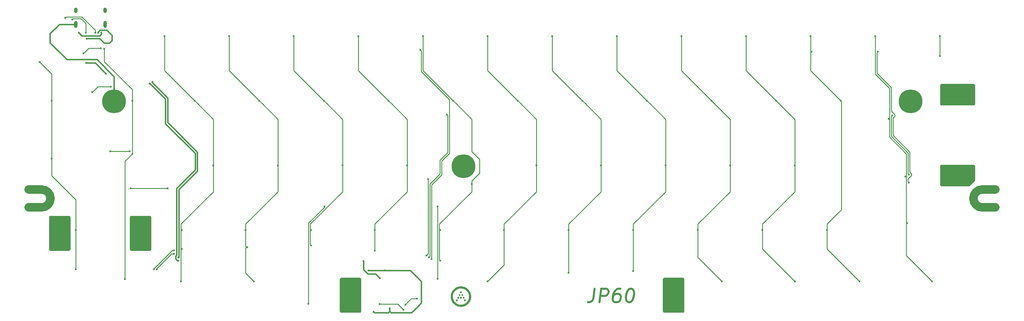
<source format=gtl>
G04 #@! TF.GenerationSoftware,KiCad,Pcbnew,(5.1.4)-1*
G04 #@! TF.CreationDate,2021-07-17T16:32:22+09:00*
G04 #@! TF.ProjectId,JIS60,4a495336-302e-46b6-9963-61645f706362,rev?*
G04 #@! TF.SameCoordinates,Original*
G04 #@! TF.FileFunction,Copper,L1,Top*
G04 #@! TF.FilePolarity,Positive*
%FSLAX46Y46*%
G04 Gerber Fmt 4.6, Leading zero omitted, Abs format (unit mm)*
G04 Created by KiCad (PCBNEW (5.1.4)-1) date 2021-07-17 16:32:22*
%MOMM*%
%LPD*%
G04 APERTURE LIST*
%ADD10C,0.600000*%
%ADD11C,0.010000*%
%ADD12C,2.501900*%
%ADD13O,1.000000X2.100000*%
%ADD14O,1.000000X1.600000*%
%ADD15C,7.000000*%
%ADD16C,0.600000*%
%ADD17C,0.254000*%
%ADD18C,0.381000*%
G04 APERTURE END LIST*
D10*
X291851464Y-255651273D02*
X291494321Y-258508416D01*
X291232416Y-259079845D01*
X290803845Y-259460797D01*
X290208607Y-259651273D01*
X289827654Y-259651273D01*
X293256226Y-259651273D02*
X293756226Y-255651273D01*
X295280035Y-255651273D01*
X295637178Y-255841750D01*
X295803845Y-256032226D01*
X295946702Y-256413178D01*
X295875273Y-256984607D01*
X295637178Y-257365559D01*
X295422892Y-257556035D01*
X295018130Y-257746511D01*
X293494321Y-257746511D01*
X299470511Y-255651273D02*
X298708607Y-255651273D01*
X298303845Y-255841750D01*
X298089559Y-256032226D01*
X297637178Y-256603654D01*
X297351464Y-257365559D01*
X297160988Y-258889369D01*
X297303845Y-259270321D01*
X297470511Y-259460797D01*
X297827654Y-259651273D01*
X298589559Y-259651273D01*
X298994321Y-259460797D01*
X299208607Y-259270321D01*
X299446702Y-258889369D01*
X299565750Y-257936988D01*
X299422892Y-257556035D01*
X299256226Y-257365559D01*
X298899083Y-257175083D01*
X298137178Y-257175083D01*
X297732416Y-257365559D01*
X297518130Y-257556035D01*
X297280035Y-257936988D01*
X302327654Y-255651273D02*
X302708607Y-255651273D01*
X303065750Y-255841750D01*
X303232416Y-256032226D01*
X303375273Y-256413178D01*
X303470511Y-257175083D01*
X303351464Y-258127464D01*
X303065750Y-258889369D01*
X302827654Y-259270321D01*
X302613369Y-259460797D01*
X302208607Y-259651273D01*
X301827654Y-259651273D01*
X301470511Y-259460797D01*
X301303845Y-259270321D01*
X301160988Y-258889369D01*
X301065750Y-258127464D01*
X301184797Y-257175083D01*
X301470511Y-256413178D01*
X301708607Y-256032226D01*
X301922892Y-255841750D01*
X302327654Y-255651273D01*
D11*
G36*
X252603000Y-256889250D02*
G01*
X252198188Y-256889250D01*
X252198188Y-256484438D01*
X252603000Y-256484438D01*
X252603000Y-256889250D01*
X252603000Y-256889250D01*
G37*
X252603000Y-256889250D02*
X252198188Y-256889250D01*
X252198188Y-256484438D01*
X252603000Y-256484438D01*
X252603000Y-256889250D01*
G36*
X253007813Y-257675063D02*
G01*
X252603000Y-257675063D01*
X252603000Y-257294063D01*
X253007813Y-257294063D01*
X253007813Y-257675063D01*
X253007813Y-257675063D01*
G37*
X253007813Y-257675063D02*
X252603000Y-257675063D01*
X252603000Y-257294063D01*
X253007813Y-257294063D01*
X253007813Y-257675063D01*
G36*
X252198188Y-257675063D02*
G01*
X251817188Y-257675063D01*
X251817188Y-257294063D01*
X252198188Y-257294063D01*
X252198188Y-257675063D01*
X252198188Y-257675063D01*
G37*
X252198188Y-257675063D02*
X251817188Y-257675063D01*
X251817188Y-257294063D01*
X252198188Y-257294063D01*
X252198188Y-257675063D01*
G36*
X253388813Y-258484688D02*
G01*
X253007813Y-258484688D01*
X253007813Y-258079875D01*
X253388813Y-258079875D01*
X253388813Y-258484688D01*
X253388813Y-258484688D01*
G37*
X253388813Y-258484688D02*
X253007813Y-258484688D01*
X253007813Y-258079875D01*
X253388813Y-258079875D01*
X253388813Y-258484688D01*
G36*
X252603000Y-258484688D02*
G01*
X252198188Y-258484688D01*
X252198188Y-258079875D01*
X252603000Y-258079875D01*
X252603000Y-258484688D01*
X252603000Y-258484688D01*
G37*
X252603000Y-258484688D02*
X252198188Y-258484688D01*
X252198188Y-258079875D01*
X252603000Y-258079875D01*
X252603000Y-258484688D01*
G36*
X251817188Y-258484688D02*
G01*
X251412375Y-258484688D01*
X251412375Y-258079875D01*
X251817188Y-258079875D01*
X251817188Y-258484688D01*
X251817188Y-258484688D01*
G37*
X251817188Y-258484688D02*
X251412375Y-258484688D01*
X251412375Y-258079875D01*
X251817188Y-258079875D01*
X251817188Y-258484688D01*
G36*
X253793625Y-259270500D02*
G01*
X253388813Y-259270500D01*
X253388813Y-258865688D01*
X253793625Y-258865688D01*
X253793625Y-259270500D01*
X253793625Y-259270500D01*
G37*
X253793625Y-259270500D02*
X253388813Y-259270500D01*
X253388813Y-258865688D01*
X253793625Y-258865688D01*
X253793625Y-259270500D01*
G36*
X251412375Y-259270500D02*
G01*
X251007563Y-259270500D01*
X251007563Y-258865688D01*
X251412375Y-258865688D01*
X251412375Y-259270500D01*
X251412375Y-259270500D01*
G37*
X251412375Y-259270500D02*
X251007563Y-259270500D01*
X251007563Y-258865688D01*
X251412375Y-258865688D01*
X251412375Y-259270500D01*
G36*
X252416469Y-254996795D02*
G01*
X252540587Y-254998165D01*
X252652299Y-255002322D01*
X252754892Y-255009669D01*
X252851656Y-255020610D01*
X252945878Y-255035548D01*
X253040847Y-255054887D01*
X253139851Y-255079031D01*
X253185130Y-255091168D01*
X253393677Y-255156406D01*
X253595765Y-255235742D01*
X253790628Y-255328778D01*
X253977499Y-255435118D01*
X254155614Y-255554366D01*
X254307760Y-255672367D01*
X254465428Y-255813092D01*
X254612765Y-255964537D01*
X254749086Y-256125635D01*
X254873708Y-256295317D01*
X254985947Y-256472516D01*
X255085120Y-256656166D01*
X255170542Y-256845197D01*
X255241530Y-257038543D01*
X255290284Y-257206553D01*
X255323355Y-257346539D01*
X255348715Y-257478475D01*
X255367107Y-257607747D01*
X255379275Y-257739743D01*
X255385961Y-257879850D01*
X255386614Y-257905250D01*
X255383895Y-258123547D01*
X255365700Y-258338330D01*
X255332035Y-258549571D01*
X255282906Y-258757239D01*
X255218319Y-258961305D01*
X255154122Y-259125237D01*
X255126039Y-259190502D01*
X255101977Y-259244660D01*
X255080108Y-259291363D01*
X255058607Y-259334263D01*
X255035646Y-259377013D01*
X255009400Y-259423265D01*
X254980275Y-259472906D01*
X254861056Y-259659177D01*
X254730952Y-259833903D01*
X254589829Y-259997215D01*
X254437555Y-260149246D01*
X254273997Y-260290130D01*
X254099024Y-260419998D01*
X253916656Y-260536525D01*
X253863827Y-260567494D01*
X253817914Y-260593471D01*
X253775265Y-260616281D01*
X253732228Y-260637751D01*
X253685151Y-260659707D01*
X253630381Y-260683975D01*
X253568987Y-260710372D01*
X253472754Y-260749919D01*
X253384036Y-260782958D01*
X253296922Y-260811445D01*
X253205498Y-260837339D01*
X253122906Y-260858072D01*
X252958390Y-260893626D01*
X252801295Y-260919303D01*
X252647067Y-260935643D01*
X252491149Y-260943186D01*
X252400594Y-260943763D01*
X252349375Y-260943248D01*
X252301254Y-260942543D01*
X252259374Y-260941710D01*
X252226878Y-260940813D01*
X252206910Y-260939915D01*
X252206125Y-260939859D01*
X251989951Y-260915907D01*
X251777194Y-260876920D01*
X251568713Y-260823217D01*
X251365368Y-260755113D01*
X251168016Y-260672926D01*
X250977518Y-260576975D01*
X250794732Y-260467576D01*
X250643776Y-260362546D01*
X250470849Y-260224199D01*
X250310165Y-260075838D01*
X250161951Y-259917789D01*
X250026429Y-259750382D01*
X249903824Y-259573944D01*
X249794361Y-259388802D01*
X249698263Y-259195285D01*
X249615756Y-258993721D01*
X249547063Y-258784438D01*
X249534918Y-258741380D01*
X249508552Y-258639585D01*
X249487167Y-258543261D01*
X249470359Y-258449117D01*
X249457725Y-258353867D01*
X249448860Y-258254220D01*
X249443362Y-258146890D01*
X249440826Y-258028586D01*
X249440545Y-257972719D01*
X249441220Y-257917358D01*
X249973294Y-257917358D01*
X249973397Y-257997496D01*
X249975063Y-258077160D01*
X249978259Y-258152287D01*
X249982956Y-258218810D01*
X249986676Y-258254500D01*
X250018550Y-258451798D01*
X250065201Y-258643413D01*
X250126451Y-258828972D01*
X250202119Y-259008099D01*
X250292027Y-259180419D01*
X250395994Y-259345559D01*
X250513841Y-259503143D01*
X250645388Y-259652797D01*
X250667724Y-259676010D01*
X250801958Y-259803084D01*
X250947660Y-259921020D01*
X251102131Y-260027840D01*
X251262669Y-260121566D01*
X251308458Y-260145254D01*
X251382866Y-260181903D01*
X251448107Y-260212122D01*
X251508604Y-260237690D01*
X251568778Y-260260384D01*
X251633051Y-260281983D01*
X251698125Y-260301977D01*
X251887338Y-260351390D01*
X252073089Y-260385841D01*
X252256827Y-260405464D01*
X252440003Y-260410392D01*
X252624064Y-260400761D01*
X252690606Y-260393781D01*
X252877938Y-260364837D01*
X253057519Y-260323028D01*
X253231857Y-260267604D01*
X253403459Y-260197814D01*
X253500416Y-260151616D01*
X253671048Y-260058197D01*
X253830464Y-259954462D01*
X253979422Y-259839724D01*
X254118679Y-259713300D01*
X254248994Y-259574504D01*
X254371124Y-259422653D01*
X254479392Y-259267009D01*
X254504518Y-259225818D01*
X254533841Y-259173690D01*
X254565541Y-259114246D01*
X254597799Y-259051106D01*
X254628793Y-258987890D01*
X254656706Y-258928217D01*
X254679715Y-258875707D01*
X254693153Y-258841875D01*
X254756020Y-258650334D01*
X254803416Y-258457595D01*
X254835300Y-258264200D01*
X254851630Y-258070690D01*
X254852368Y-257877607D01*
X254837472Y-257685492D01*
X254806902Y-257494886D01*
X254797099Y-257448844D01*
X254763450Y-257312551D01*
X254725142Y-257186368D01*
X254680204Y-257064757D01*
X254626663Y-256942182D01*
X254589004Y-256864708D01*
X254495299Y-256695860D01*
X254388474Y-256535423D01*
X254269298Y-256384118D01*
X254138537Y-256242664D01*
X253996960Y-256111781D01*
X253845334Y-255992190D01*
X253684427Y-255884610D01*
X253515007Y-255789761D01*
X253370825Y-255722230D01*
X253199197Y-255655835D01*
X253026643Y-255603837D01*
X252851156Y-255565828D01*
X252670726Y-255541401D01*
X252483345Y-255530147D01*
X252420438Y-255529257D01*
X252222343Y-255535627D01*
X252030715Y-255556272D01*
X251844781Y-255591423D01*
X251663765Y-255641317D01*
X251486894Y-255706185D01*
X251313394Y-255786263D01*
X251142491Y-255881785D01*
X251041794Y-255945994D01*
X250902361Y-256047522D01*
X250768163Y-256162028D01*
X250640841Y-256287589D01*
X250522035Y-256422281D01*
X250413386Y-256564181D01*
X250316535Y-256711365D01*
X250233122Y-256861911D01*
X250198326Y-256934830D01*
X250136923Y-257079689D01*
X250086692Y-257218928D01*
X250046435Y-257356876D01*
X250014956Y-257497864D01*
X249991056Y-257646221D01*
X249982655Y-257714750D01*
X249977892Y-257771920D01*
X249974782Y-257840811D01*
X249973294Y-257917358D01*
X249441220Y-257917358D01*
X249442290Y-257829723D01*
X249448164Y-257698856D01*
X249458738Y-257576775D01*
X249474585Y-257460135D01*
X249496277Y-257345594D01*
X249524387Y-257229809D01*
X249559486Y-257109437D01*
X249602147Y-256981134D01*
X249617841Y-256936875D01*
X249696226Y-256742156D01*
X249789066Y-256553822D01*
X249896172Y-256372135D01*
X250017352Y-256197358D01*
X250152417Y-256029753D01*
X250301174Y-255869583D01*
X250463433Y-255717110D01*
X250570271Y-255626929D01*
X250656100Y-255561436D01*
X250753639Y-255494110D01*
X250859248Y-255427162D01*
X250969286Y-255362805D01*
X251080113Y-255303250D01*
X251188089Y-255250708D01*
X251194094Y-255247965D01*
X251264054Y-255218092D01*
X251345235Y-255186706D01*
X251433267Y-255155286D01*
X251523779Y-255125312D01*
X251612401Y-255098261D01*
X251694764Y-255075614D01*
X251726650Y-255067721D01*
X251819875Y-255046953D01*
X251908849Y-255030293D01*
X251996853Y-255017402D01*
X252087169Y-255007945D01*
X252183078Y-255001582D01*
X252287860Y-254997978D01*
X252404795Y-254996794D01*
X252416469Y-254996795D01*
X252416469Y-254996795D01*
G37*
X252416469Y-254996795D02*
X252540587Y-254998165D01*
X252652299Y-255002322D01*
X252754892Y-255009669D01*
X252851656Y-255020610D01*
X252945878Y-255035548D01*
X253040847Y-255054887D01*
X253139851Y-255079031D01*
X253185130Y-255091168D01*
X253393677Y-255156406D01*
X253595765Y-255235742D01*
X253790628Y-255328778D01*
X253977499Y-255435118D01*
X254155614Y-255554366D01*
X254307760Y-255672367D01*
X254465428Y-255813092D01*
X254612765Y-255964537D01*
X254749086Y-256125635D01*
X254873708Y-256295317D01*
X254985947Y-256472516D01*
X255085120Y-256656166D01*
X255170542Y-256845197D01*
X255241530Y-257038543D01*
X255290284Y-257206553D01*
X255323355Y-257346539D01*
X255348715Y-257478475D01*
X255367107Y-257607747D01*
X255379275Y-257739743D01*
X255385961Y-257879850D01*
X255386614Y-257905250D01*
X255383895Y-258123547D01*
X255365700Y-258338330D01*
X255332035Y-258549571D01*
X255282906Y-258757239D01*
X255218319Y-258961305D01*
X255154122Y-259125237D01*
X255126039Y-259190502D01*
X255101977Y-259244660D01*
X255080108Y-259291363D01*
X255058607Y-259334263D01*
X255035646Y-259377013D01*
X255009400Y-259423265D01*
X254980275Y-259472906D01*
X254861056Y-259659177D01*
X254730952Y-259833903D01*
X254589829Y-259997215D01*
X254437555Y-260149246D01*
X254273997Y-260290130D01*
X254099024Y-260419998D01*
X253916656Y-260536525D01*
X253863827Y-260567494D01*
X253817914Y-260593471D01*
X253775265Y-260616281D01*
X253732228Y-260637751D01*
X253685151Y-260659707D01*
X253630381Y-260683975D01*
X253568987Y-260710372D01*
X253472754Y-260749919D01*
X253384036Y-260782958D01*
X253296922Y-260811445D01*
X253205498Y-260837339D01*
X253122906Y-260858072D01*
X252958390Y-260893626D01*
X252801295Y-260919303D01*
X252647067Y-260935643D01*
X252491149Y-260943186D01*
X252400594Y-260943763D01*
X252349375Y-260943248D01*
X252301254Y-260942543D01*
X252259374Y-260941710D01*
X252226878Y-260940813D01*
X252206910Y-260939915D01*
X252206125Y-260939859D01*
X251989951Y-260915907D01*
X251777194Y-260876920D01*
X251568713Y-260823217D01*
X251365368Y-260755113D01*
X251168016Y-260672926D01*
X250977518Y-260576975D01*
X250794732Y-260467576D01*
X250643776Y-260362546D01*
X250470849Y-260224199D01*
X250310165Y-260075838D01*
X250161951Y-259917789D01*
X250026429Y-259750382D01*
X249903824Y-259573944D01*
X249794361Y-259388802D01*
X249698263Y-259195285D01*
X249615756Y-258993721D01*
X249547063Y-258784438D01*
X249534918Y-258741380D01*
X249508552Y-258639585D01*
X249487167Y-258543261D01*
X249470359Y-258449117D01*
X249457725Y-258353867D01*
X249448860Y-258254220D01*
X249443362Y-258146890D01*
X249440826Y-258028586D01*
X249440545Y-257972719D01*
X249441220Y-257917358D01*
X249973294Y-257917358D01*
X249973397Y-257997496D01*
X249975063Y-258077160D01*
X249978259Y-258152287D01*
X249982956Y-258218810D01*
X249986676Y-258254500D01*
X250018550Y-258451798D01*
X250065201Y-258643413D01*
X250126451Y-258828972D01*
X250202119Y-259008099D01*
X250292027Y-259180419D01*
X250395994Y-259345559D01*
X250513841Y-259503143D01*
X250645388Y-259652797D01*
X250667724Y-259676010D01*
X250801958Y-259803084D01*
X250947660Y-259921020D01*
X251102131Y-260027840D01*
X251262669Y-260121566D01*
X251308458Y-260145254D01*
X251382866Y-260181903D01*
X251448107Y-260212122D01*
X251508604Y-260237690D01*
X251568778Y-260260384D01*
X251633051Y-260281983D01*
X251698125Y-260301977D01*
X251887338Y-260351390D01*
X252073089Y-260385841D01*
X252256827Y-260405464D01*
X252440003Y-260410392D01*
X252624064Y-260400761D01*
X252690606Y-260393781D01*
X252877938Y-260364837D01*
X253057519Y-260323028D01*
X253231857Y-260267604D01*
X253403459Y-260197814D01*
X253500416Y-260151616D01*
X253671048Y-260058197D01*
X253830464Y-259954462D01*
X253979422Y-259839724D01*
X254118679Y-259713300D01*
X254248994Y-259574504D01*
X254371124Y-259422653D01*
X254479392Y-259267009D01*
X254504518Y-259225818D01*
X254533841Y-259173690D01*
X254565541Y-259114246D01*
X254597799Y-259051106D01*
X254628793Y-258987890D01*
X254656706Y-258928217D01*
X254679715Y-258875707D01*
X254693153Y-258841875D01*
X254756020Y-258650334D01*
X254803416Y-258457595D01*
X254835300Y-258264200D01*
X254851630Y-258070690D01*
X254852368Y-257877607D01*
X254837472Y-257685492D01*
X254806902Y-257494886D01*
X254797099Y-257448844D01*
X254763450Y-257312551D01*
X254725142Y-257186368D01*
X254680204Y-257064757D01*
X254626663Y-256942182D01*
X254589004Y-256864708D01*
X254495299Y-256695860D01*
X254388474Y-256535423D01*
X254269298Y-256384118D01*
X254138537Y-256242664D01*
X253996960Y-256111781D01*
X253845334Y-255992190D01*
X253684427Y-255884610D01*
X253515007Y-255789761D01*
X253370825Y-255722230D01*
X253199197Y-255655835D01*
X253026643Y-255603837D01*
X252851156Y-255565828D01*
X252670726Y-255541401D01*
X252483345Y-255530147D01*
X252420438Y-255529257D01*
X252222343Y-255535627D01*
X252030715Y-255556272D01*
X251844781Y-255591423D01*
X251663765Y-255641317D01*
X251486894Y-255706185D01*
X251313394Y-255786263D01*
X251142491Y-255881785D01*
X251041794Y-255945994D01*
X250902361Y-256047522D01*
X250768163Y-256162028D01*
X250640841Y-256287589D01*
X250522035Y-256422281D01*
X250413386Y-256564181D01*
X250316535Y-256711365D01*
X250233122Y-256861911D01*
X250198326Y-256934830D01*
X250136923Y-257079689D01*
X250086692Y-257218928D01*
X250046435Y-257356876D01*
X250014956Y-257497864D01*
X249991056Y-257646221D01*
X249982655Y-257714750D01*
X249977892Y-257771920D01*
X249974782Y-257840811D01*
X249973294Y-257917358D01*
X249441220Y-257917358D01*
X249442290Y-257829723D01*
X249448164Y-257698856D01*
X249458738Y-257576775D01*
X249474585Y-257460135D01*
X249496277Y-257345594D01*
X249524387Y-257229809D01*
X249559486Y-257109437D01*
X249602147Y-256981134D01*
X249617841Y-256936875D01*
X249696226Y-256742156D01*
X249789066Y-256553822D01*
X249896172Y-256372135D01*
X250017352Y-256197358D01*
X250152417Y-256029753D01*
X250301174Y-255869583D01*
X250463433Y-255717110D01*
X250570271Y-255626929D01*
X250656100Y-255561436D01*
X250753639Y-255494110D01*
X250859248Y-255427162D01*
X250969286Y-255362805D01*
X251080113Y-255303250D01*
X251188089Y-255250708D01*
X251194094Y-255247965D01*
X251264054Y-255218092D01*
X251345235Y-255186706D01*
X251433267Y-255155286D01*
X251523779Y-255125312D01*
X251612401Y-255098261D01*
X251694764Y-255075614D01*
X251726650Y-255067721D01*
X251819875Y-255046953D01*
X251908849Y-255030293D01*
X251996853Y-255017402D01*
X252087169Y-255007945D01*
X252183078Y-255001582D01*
X252287860Y-254997978D01*
X252404795Y-254996794D01*
X252416469Y-254996795D01*
D12*
X124993750Y-226417800D02*
X128793750Y-226417800D01*
X128793750Y-231719700D02*
G75*
G03X131444700Y-229068750I0J2650950D01*
G01*
X131444700Y-229068750D02*
G75*
G03X128793750Y-226417800I-2650950J0D01*
G01*
X124993750Y-231719700D02*
X128793750Y-231719700D01*
X406193750Y-231719700D02*
X410043750Y-231719700D01*
X403542800Y-229068750D02*
G75*
G02X406193750Y-226417800I2650950J0D01*
G01*
X406193750Y-231719700D02*
G75*
G02X403542800Y-229068750I0J2650950D01*
G01*
X406193750Y-226417800D02*
X409993750Y-226417800D01*
D13*
X138872500Y-177747400D03*
X147512500Y-177747400D03*
D14*
X138872500Y-173567400D03*
X147512500Y-173567400D03*
D15*
X385043750Y-200468750D03*
X253193750Y-219568750D03*
X150193750Y-200468750D03*
D16*
X241300000Y-181229000D03*
X250190000Y-200279000D03*
X246380000Y-247396000D03*
X246380000Y-238379000D03*
X255651000Y-224790000D03*
X231457500Y-261461250D03*
X230060500Y-250285250D03*
X239077500Y-251809250D03*
X226695000Y-262509000D03*
X160655000Y-195199000D03*
X169164000Y-247396000D03*
X239029875Y-261635875D03*
X225202750Y-250285250D03*
X260350000Y-181229000D03*
X274701000Y-219329000D03*
X265176000Y-238379000D03*
X260350000Y-253492000D03*
X269240000Y-200279000D03*
X128270000Y-188849000D03*
X131826000Y-200279000D03*
X138938000Y-238379000D03*
X131826000Y-217297000D03*
X167894000Y-244348000D03*
X161925000Y-249936000D03*
X138938000Y-249936000D03*
X243840000Y-246888000D03*
X240538000Y-185293000D03*
X141224000Y-186309000D03*
X146304000Y-184785000D03*
X379603000Y-204597000D03*
X384556000Y-221996000D03*
X243078000Y-246380000D03*
X248285000Y-204343000D03*
X143764000Y-197739000D03*
X149225000Y-196088000D03*
X154813000Y-215138000D03*
X149098000Y-215138000D03*
X155067000Y-226060000D03*
X165989000Y-226060000D03*
X384556000Y-224409000D03*
X375412000Y-185801000D03*
X242316000Y-245872000D03*
X242824000Y-223393000D03*
X236093000Y-260350000D03*
X239522000Y-258572000D03*
X245618000Y-252730000D03*
X245618000Y-231394000D03*
X212217000Y-231394000D03*
X207518000Y-260096000D03*
X167894000Y-245364000D03*
X155575000Y-200279000D03*
X153416000Y-252857000D03*
X147320000Y-184912000D03*
X155575000Y-215900000D03*
X162814000Y-249936000D03*
X165100000Y-181229000D03*
X179451000Y-219329000D03*
X169926000Y-253492000D03*
X173990000Y-200279000D03*
X170180000Y-238379000D03*
X170180000Y-243967000D03*
X222250000Y-181229000D03*
X236601000Y-219329000D03*
X227076000Y-238379000D03*
X231140000Y-200279000D03*
X227076000Y-244475000D03*
X184150000Y-181229000D03*
X198501000Y-219329000D03*
X188976000Y-238379000D03*
X191389000Y-253492000D03*
X193040000Y-200279000D03*
X189484000Y-243459000D03*
X203200000Y-181229000D03*
X217551000Y-219329000D03*
X212090000Y-200279000D03*
X208280000Y-238379000D03*
X208280000Y-242951000D03*
X279400000Y-181229000D03*
X293751000Y-219329000D03*
X284226000Y-238379000D03*
X288290000Y-200279000D03*
X284226000Y-250952000D03*
X139827000Y-180213000D03*
X146431000Y-180213000D03*
X161544000Y-194691000D03*
X228600000Y-252603000D03*
X169164000Y-246507000D03*
X223774000Y-247523000D03*
X298450000Y-181229000D03*
X312801000Y-219329000D03*
X303276000Y-238379000D03*
X307340000Y-200279000D03*
X303276000Y-250444000D03*
X317500000Y-181229000D03*
X331851000Y-219329000D03*
X322326000Y-238379000D03*
X326390000Y-200279000D03*
X329438000Y-253492000D03*
X336550000Y-181229000D03*
X350901000Y-219329000D03*
X341376000Y-238379000D03*
X345440000Y-200279000D03*
X350901000Y-253492000D03*
X355600000Y-181229000D03*
X360426000Y-238379000D03*
X369951000Y-253492000D03*
X364490000Y-200279000D03*
X393700000Y-181229000D03*
X393700000Y-187071000D03*
X355854000Y-185801000D03*
X374650000Y-181229000D03*
X391414000Y-253492000D03*
X378587000Y-205613000D03*
X383540000Y-222631000D03*
X384048000Y-236347000D03*
X228473000Y-260223000D03*
X235521500Y-261937500D03*
X147828000Y-192278000D03*
X141986000Y-189103000D03*
X145542000Y-180213000D03*
X142113000Y-181991000D03*
X144653000Y-180213000D03*
X135763000Y-175768000D03*
X141859000Y-180213000D03*
X137922000Y-176276000D03*
D17*
X241300000Y-181229000D02*
X241300000Y-181991000D01*
X241300000Y-181991000D02*
X241300000Y-191389000D01*
X246380000Y-247396000D02*
X246126000Y-247142000D01*
X246126000Y-238633000D02*
X246126000Y-238760000D01*
X246380000Y-238379000D02*
X246126000Y-238633000D01*
X246126000Y-247142000D02*
X246126000Y-238760000D01*
X246126000Y-238125000D02*
X246380000Y-238379000D01*
X246126000Y-237998000D02*
X246126000Y-238125000D01*
X246126000Y-238760000D02*
X246126000Y-237998000D01*
X246126000Y-237998000D02*
X246126000Y-236601000D01*
X257937000Y-217551000D02*
X255651000Y-215265000D01*
X255651000Y-224790000D02*
X255651000Y-223901000D01*
X255651000Y-205740000D02*
X250888500Y-200977500D01*
X257937000Y-221615000D02*
X257937000Y-217551000D01*
X250888500Y-200977500D02*
X250190000Y-200279000D01*
X255651000Y-215265000D02*
X255651000Y-205740000D01*
X255651000Y-223901000D02*
X257937000Y-221615000D01*
X255651000Y-227076000D02*
X255651000Y-224790000D01*
X246126000Y-236601000D02*
X255651000Y-227076000D01*
X241300000Y-191389000D02*
X250190000Y-200279000D01*
D18*
X237553500Y-250285250D02*
X239077500Y-251809250D01*
X230060500Y-250285250D02*
X237553500Y-250285250D01*
X231457500Y-262318500D02*
X231457500Y-261461250D01*
X231902000Y-262763000D02*
X231457500Y-262318500D01*
X237902750Y-262763000D02*
X231902000Y-262763000D01*
X226949000Y-262763000D02*
X226695000Y-262509000D01*
X231457500Y-262318500D02*
X231013000Y-262763000D01*
X231013000Y-262763000D02*
X226949000Y-262763000D01*
X168656000Y-226060000D02*
X168656000Y-245745000D01*
X160782000Y-195199000D02*
X165354000Y-199771000D01*
X160655000Y-195199000D02*
X160782000Y-195199000D01*
X165354000Y-199771000D02*
X165354000Y-207010000D01*
X165354000Y-207010000D02*
X174117000Y-215773000D01*
X174117000Y-215773000D02*
X174117000Y-220599000D01*
X174117000Y-220599000D02*
X168656000Y-226060000D01*
X168402000Y-245999000D02*
X168402000Y-246888000D01*
X168656000Y-245745000D02*
X168402000Y-245999000D01*
X168402000Y-246888000D02*
X168910000Y-247396000D01*
X168910000Y-247396000D02*
X169164000Y-247396000D01*
X240792000Y-253523750D02*
X239077500Y-251809250D01*
X239204500Y-261461250D02*
X240792000Y-259873750D01*
X240792000Y-259873750D02*
X240792000Y-253523750D01*
X239204500Y-261461250D02*
X239029875Y-261635875D01*
X239029875Y-261635875D02*
X237902750Y-262763000D01*
X228441250Y-250285250D02*
X225202750Y-250285250D01*
X228441250Y-250285250D02*
X230060500Y-250285250D01*
D17*
X260350000Y-181229000D02*
X260350000Y-181737000D01*
X260350000Y-181737000D02*
X260350000Y-191389000D01*
X274701000Y-205740000D02*
X274701000Y-219329000D01*
X269938500Y-200977500D02*
X274701000Y-205740000D01*
X274701000Y-219329000D02*
X274701000Y-227076000D01*
X274701000Y-227076000D02*
X265176000Y-236601000D01*
X265176000Y-236601000D02*
X265176000Y-238379000D01*
X265176000Y-238379000D02*
X265176000Y-248666000D01*
X265176000Y-248666000D02*
X260350000Y-253492000D01*
X260350000Y-191389000D02*
X269240000Y-200279000D01*
X269240000Y-200279000D02*
X269938500Y-200977500D01*
X128270000Y-188849000D02*
X131826000Y-192405000D01*
X131826000Y-192405000D02*
X131826000Y-200279000D01*
X131826000Y-200279000D02*
X131826000Y-216916000D01*
X134239000Y-224790000D02*
X138938000Y-229489000D01*
X138938000Y-229489000D02*
X138938000Y-238379000D01*
X131826000Y-216916000D02*
X131826000Y-217297000D01*
X131826000Y-222377000D02*
X134239000Y-224790000D01*
X131826000Y-217297000D02*
X131826000Y-222377000D01*
X138938000Y-238379000D02*
X138938000Y-248285000D01*
X138938000Y-248285000D02*
X138938000Y-249936000D01*
X167386000Y-244348000D02*
X167894000Y-244348000D01*
X161925000Y-249936000D02*
X161925000Y-249809000D01*
X161925000Y-249809000D02*
X167386000Y-244348000D01*
X243840000Y-246126000D02*
X243840000Y-246888000D01*
X243840000Y-225044000D02*
X243840000Y-246126000D01*
X240792000Y-185547000D02*
X240792000Y-191643000D01*
X246761000Y-222123000D02*
X243840000Y-225044000D01*
X240538000Y-185293000D02*
X240792000Y-185547000D01*
X240792000Y-191643000D02*
X249047000Y-199898000D01*
X249047000Y-199898000D02*
X249047000Y-215773000D01*
X249047000Y-215773000D02*
X246761000Y-218059000D01*
X246761000Y-218059000D02*
X246761000Y-222123000D01*
X141224000Y-186309000D02*
X142748000Y-184785000D01*
X142748000Y-184785000D02*
X146304000Y-184785000D01*
X384302000Y-215646000D02*
X379349000Y-210693000D01*
X379349000Y-204851000D02*
X379603000Y-204597000D01*
X379349000Y-205613000D02*
X379349000Y-204851000D01*
X379349000Y-210693000D02*
X379349000Y-205613000D01*
X384302000Y-221742000D02*
X384302000Y-221488000D01*
X384556000Y-221996000D02*
X384302000Y-221742000D01*
X384302000Y-221488000D02*
X384302000Y-215646000D01*
X243332000Y-246126000D02*
X243078000Y-246380000D01*
X248539000Y-204597000D02*
X248539000Y-215519000D01*
X248285000Y-204343000D02*
X248539000Y-204597000D01*
X248539000Y-215519000D02*
X246253000Y-217805000D01*
X246253000Y-217805000D02*
X246253000Y-221869000D01*
X246253000Y-221869000D02*
X243332000Y-224790000D01*
X243332000Y-224790000D02*
X243332000Y-246126000D01*
X143764000Y-197739000D02*
X144399000Y-197104000D01*
X144399000Y-197104000D02*
X145415000Y-196088000D01*
X145415000Y-196088000D02*
X149225000Y-196088000D01*
X154813000Y-215138000D02*
X149098000Y-215138000D01*
X155067000Y-226060000D02*
X165989000Y-226060000D01*
X385318000Y-222250000D02*
X384302000Y-223266000D01*
X385318000Y-221742000D02*
X385318000Y-222250000D01*
X384810000Y-221234000D02*
X385318000Y-221742000D01*
X379857000Y-210439000D02*
X384810000Y-215392000D01*
X379857000Y-205359000D02*
X379857000Y-210439000D01*
X380365000Y-204851000D02*
X379857000Y-205359000D01*
X375412000Y-185801000D02*
X375158000Y-186055000D01*
X384302000Y-223266000D02*
X384302000Y-224155000D01*
X375158000Y-192151000D02*
X379349000Y-196342000D01*
X379349000Y-196342000D02*
X379349000Y-203327000D01*
X384810000Y-215392000D02*
X384810000Y-221234000D01*
X375158000Y-186055000D02*
X375158000Y-192151000D01*
X379349000Y-203327000D02*
X380365000Y-204343000D01*
X384302000Y-224155000D02*
X384556000Y-224409000D01*
X380365000Y-204343000D02*
X380365000Y-204851000D01*
X242824000Y-245364000D02*
X242316000Y-245872000D01*
X242824000Y-223393000D02*
X242824000Y-245364000D01*
X236093000Y-260350000D02*
X236728000Y-259715000D01*
X236728000Y-259715000D02*
X237236000Y-259207000D01*
X237236000Y-259207000D02*
X237871000Y-258572000D01*
X237871000Y-258572000D02*
X239522000Y-258572000D01*
X245618000Y-252730000D02*
X245618000Y-239776000D01*
X245618000Y-239776000D02*
X245618000Y-231394000D01*
X212217000Y-231394000D02*
X212217000Y-231648000D01*
X212217000Y-231648000D02*
X207518000Y-236347000D01*
X207518000Y-236347000D02*
X207518000Y-239522000D01*
X207518000Y-259969000D02*
X207518000Y-260096000D01*
X207518000Y-239522000D02*
X207518000Y-259969000D01*
X167513000Y-245364000D02*
X167894000Y-245364000D01*
X155575000Y-196977000D02*
X155575000Y-200279000D01*
X147320000Y-184912000D02*
X147320000Y-188722000D01*
X147320000Y-188722000D02*
X155575000Y-196977000D01*
X153416000Y-219456000D02*
X153416000Y-252857000D01*
X155575000Y-200279000D02*
X155575000Y-215900000D01*
X153416000Y-218059000D02*
X155575000Y-215900000D01*
X153416000Y-219456000D02*
X153416000Y-218059000D01*
X162814000Y-249936000D02*
X162814000Y-249682000D01*
X167132000Y-245364000D02*
X167513000Y-245364000D01*
X162814000Y-249682000D02*
X167132000Y-245364000D01*
X165100000Y-181229000D02*
X165100000Y-182118000D01*
X165100000Y-182118000D02*
X165100000Y-191389000D01*
X179451000Y-205740000D02*
X179451000Y-219329000D01*
X174688500Y-200977500D02*
X179451000Y-205740000D01*
X179451000Y-219329000D02*
X179451000Y-227076000D01*
X179451000Y-227076000D02*
X169926000Y-236601000D01*
X165100000Y-191389000D02*
X173990000Y-200279000D01*
X173990000Y-200279000D02*
X174688500Y-200977500D01*
X169926000Y-238125000D02*
X169926000Y-237744000D01*
X170180000Y-238379000D02*
X169926000Y-238125000D01*
X169926000Y-236601000D02*
X169926000Y-237744000D01*
X169926000Y-237744000D02*
X169926000Y-238379000D01*
X169926000Y-238633000D02*
X170180000Y-238379000D01*
X169926000Y-239014000D02*
X169926000Y-238633000D01*
X169926000Y-238379000D02*
X169926000Y-239014000D01*
X169926000Y-243332000D02*
X169926000Y-243586000D01*
X169926000Y-239014000D02*
X169926000Y-243332000D01*
X169926000Y-243713000D02*
X169926000Y-243332000D01*
X170180000Y-243967000D02*
X169926000Y-244221000D01*
X169926000Y-253492000D02*
X169926000Y-244221000D01*
X169926000Y-244221000D02*
X169926000Y-243713000D01*
X169926000Y-243713000D02*
X170180000Y-243967000D01*
X222250000Y-181229000D02*
X222250000Y-181737000D01*
X222250000Y-181737000D02*
X222250000Y-191389000D01*
X236601000Y-205740000D02*
X236601000Y-219329000D01*
X236601000Y-219329000D02*
X236601000Y-227076000D01*
X236601000Y-227076000D02*
X227076000Y-236601000D01*
X227076000Y-236601000D02*
X227076000Y-238379000D01*
X231838500Y-200977500D02*
X236601000Y-205740000D01*
X222250000Y-191389000D02*
X231140000Y-200279000D01*
X231140000Y-200279000D02*
X231838500Y-200977500D01*
X227076000Y-244475000D02*
X227076000Y-238379000D01*
X198501000Y-219329000D02*
X198501000Y-227076000D01*
X198501000Y-227076000D02*
X188976000Y-236601000D01*
X188976000Y-236601000D02*
X188976000Y-238379000D01*
X188976000Y-251079000D02*
X191389000Y-253492000D01*
X198501000Y-205740000D02*
X198501000Y-219329000D01*
X184150000Y-181229000D02*
X184150000Y-191389000D01*
X193738500Y-200977500D02*
X198501000Y-205740000D01*
X184150000Y-191389000D02*
X193040000Y-200279000D01*
X193040000Y-200279000D02*
X193738500Y-200977500D01*
X188976000Y-245745000D02*
X188976000Y-251079000D01*
X188976000Y-244221000D02*
X188976000Y-245745000D01*
X188976000Y-242951000D02*
X188976000Y-243205000D01*
X188976000Y-238379000D02*
X188976000Y-242951000D01*
X189230000Y-243459000D02*
X189484000Y-243459000D01*
X188976000Y-243205000D02*
X189230000Y-243459000D01*
X188976000Y-243713000D02*
X189230000Y-243459000D01*
X188976000Y-243967000D02*
X188976000Y-243713000D01*
X188976000Y-243967000D02*
X188976000Y-244221000D01*
X203200000Y-181229000D02*
X203200000Y-182118000D01*
X203200000Y-182118000D02*
X203200000Y-191389000D01*
X217551000Y-205740000D02*
X217551000Y-219329000D01*
X212788500Y-200977500D02*
X217551000Y-205740000D01*
X203200000Y-191389000D02*
X212090000Y-200279000D01*
X212090000Y-200279000D02*
X212788500Y-200977500D01*
X217551000Y-227076000D02*
X217551000Y-219329000D01*
X208026000Y-236601000D02*
X217551000Y-227076000D01*
X208026000Y-238125000D02*
X208026000Y-237998000D01*
X208280000Y-238379000D02*
X208026000Y-238125000D01*
X208026000Y-237998000D02*
X208026000Y-236601000D01*
X208026000Y-238633000D02*
X208280000Y-238379000D01*
X208026000Y-238887000D02*
X208026000Y-238633000D01*
X208026000Y-238887000D02*
X208026000Y-237998000D01*
X208026000Y-242697000D02*
X208280000Y-242951000D01*
X208026000Y-238887000D02*
X208026000Y-242697000D01*
X279400000Y-181229000D02*
X279400000Y-182245000D01*
X279400000Y-182245000D02*
X279400000Y-191389000D01*
X293751000Y-205740000D02*
X293751000Y-219329000D01*
X293751000Y-219329000D02*
X293751000Y-227076000D01*
X293751000Y-227076000D02*
X284226000Y-236601000D01*
X284226000Y-236601000D02*
X284226000Y-238379000D01*
X288988500Y-200977500D02*
X293751000Y-205740000D01*
X279400000Y-191389000D02*
X288290000Y-200279000D01*
X288290000Y-200279000D02*
X288988500Y-200977500D01*
X284226000Y-238379000D02*
X284226000Y-250952000D01*
D18*
X146431000Y-180594000D02*
X146431000Y-180213000D01*
X145923000Y-181102000D02*
X146431000Y-180594000D01*
X139827000Y-180213000D02*
X140716000Y-181102000D01*
X140716000Y-181102000D02*
X145923000Y-181102000D01*
X161544000Y-194945000D02*
X161544000Y-194691000D01*
X165989000Y-199390000D02*
X161544000Y-194945000D01*
X169291000Y-246380000D02*
X169291000Y-226441000D01*
X169164000Y-246507000D02*
X169291000Y-246380000D01*
X169291000Y-226441000D02*
X174752000Y-220980000D01*
X174752000Y-220980000D02*
X174752000Y-215392000D01*
X174752000Y-215392000D02*
X165989000Y-206629000D01*
X165989000Y-206629000D02*
X165989000Y-199390000D01*
X223774000Y-250063000D02*
X223774000Y-247523000D01*
X225044000Y-251333000D02*
X223774000Y-250063000D01*
X228600000Y-252603000D02*
X227330000Y-251333000D01*
X227330000Y-251333000D02*
X225044000Y-251333000D01*
D17*
X298450000Y-181229000D02*
X298450000Y-181737000D01*
X298450000Y-181737000D02*
X298450000Y-191389000D01*
X312801000Y-205740000D02*
X312801000Y-219329000D01*
X312801000Y-219329000D02*
X312801000Y-227076000D01*
X312801000Y-227076000D02*
X303276000Y-236601000D01*
X303276000Y-236601000D02*
X303276000Y-238379000D01*
X308038500Y-200977500D02*
X312801000Y-205740000D01*
X298450000Y-191389000D02*
X307340000Y-200279000D01*
X307340000Y-200279000D02*
X308038500Y-200977500D01*
X303276000Y-238379000D02*
X303276000Y-250444000D01*
X317500000Y-181229000D02*
X317500000Y-181610000D01*
X317500000Y-181610000D02*
X317500000Y-191389000D01*
X331851000Y-205740000D02*
X331851000Y-219329000D01*
X331851000Y-219329000D02*
X331851000Y-227076000D01*
X331851000Y-227076000D02*
X322326000Y-236601000D01*
X322326000Y-236601000D02*
X322326000Y-238379000D01*
X317500000Y-191389000D02*
X326390000Y-200279000D01*
X326390000Y-200279000D02*
X331851000Y-205740000D01*
X322326000Y-238379000D02*
X322326000Y-246380000D01*
X322326000Y-246380000D02*
X329438000Y-253492000D01*
X336550000Y-181229000D02*
X336550000Y-181737000D01*
X336550000Y-181737000D02*
X336550000Y-191389000D01*
X350901000Y-205740000D02*
X350901000Y-219329000D01*
X350901000Y-219329000D02*
X350901000Y-227076000D01*
X350901000Y-227076000D02*
X341376000Y-236601000D01*
X341376000Y-236601000D02*
X341376000Y-238379000D01*
X336550000Y-191389000D02*
X345440000Y-200279000D01*
X345440000Y-200279000D02*
X350901000Y-205740000D01*
X341376000Y-238379000D02*
X341376000Y-243967000D01*
X341376000Y-243967000D02*
X350901000Y-253492000D01*
X355600000Y-181229000D02*
X355600000Y-181737000D01*
X355600000Y-191389000D02*
X356235000Y-192024000D01*
X364617000Y-200406000D02*
X364617000Y-232410000D01*
X364617000Y-232410000D02*
X363728000Y-233299000D01*
X363728000Y-233299000D02*
X360426000Y-236601000D01*
X360426000Y-236601000D02*
X360426000Y-238379000D01*
X360426000Y-238379000D02*
X360426000Y-243967000D01*
X360426000Y-243967000D02*
X369951000Y-253492000D01*
X356235000Y-192024000D02*
X364490000Y-200279000D01*
X364490000Y-200279000D02*
X364617000Y-200406000D01*
X393700000Y-181229000D02*
X393700000Y-181610000D01*
X393700000Y-181610000D02*
X393700000Y-187071000D01*
X355600000Y-185547000D02*
X355600000Y-185420000D01*
X355854000Y-185801000D02*
X355600000Y-185547000D01*
X355600000Y-181737000D02*
X355600000Y-185420000D01*
X355600000Y-186055000D02*
X355854000Y-185801000D01*
X355600000Y-186055000D02*
X355600000Y-191389000D01*
X355600000Y-185420000D02*
X355600000Y-186055000D01*
X374650000Y-181229000D02*
X374650000Y-181864000D01*
X374650000Y-181864000D02*
X374650000Y-192405000D01*
X374650000Y-192405000D02*
X378841000Y-196596000D01*
X378841000Y-210947000D02*
X383794000Y-215900000D01*
X383794000Y-245872000D02*
X391414000Y-253492000D01*
X378841000Y-205359000D02*
X378841000Y-205232000D01*
X378587000Y-205613000D02*
X378841000Y-205359000D01*
X378841000Y-196596000D02*
X378841000Y-205232000D01*
X378841000Y-205867000D02*
X378587000Y-205613000D01*
X378841000Y-205994000D02*
X378841000Y-205867000D01*
X378841000Y-205994000D02*
X378841000Y-210947000D01*
X378841000Y-205232000D02*
X378841000Y-205994000D01*
X383540000Y-222631000D02*
X383794000Y-222377000D01*
X383794000Y-215900000D02*
X383794000Y-222377000D01*
X383794000Y-222885000D02*
X383540000Y-222631000D01*
X383794000Y-223266000D02*
X383794000Y-222885000D01*
X383794000Y-222377000D02*
X383794000Y-223266000D01*
X383794000Y-236093000D02*
X383794000Y-235839000D01*
X384048000Y-236347000D02*
X383794000Y-236093000D01*
X383794000Y-223266000D02*
X383794000Y-235839000D01*
X383794000Y-236601000D02*
X384048000Y-236347000D01*
X383794000Y-236728000D02*
X383794000Y-236601000D01*
X383794000Y-236728000D02*
X383794000Y-245872000D01*
X383794000Y-235839000D02*
X383794000Y-236728000D01*
X233807000Y-260223000D02*
X228473000Y-260223000D01*
X235521500Y-261937500D02*
X233807000Y-260223000D01*
D18*
X147828000Y-192278000D02*
X144653000Y-189103000D01*
X144653000Y-189103000D02*
X141986000Y-189103000D01*
X149606000Y-182499000D02*
X148844000Y-183261000D01*
X147320000Y-183261000D02*
X145923000Y-181864000D01*
X149606000Y-180975000D02*
X149606000Y-182499000D01*
X148082000Y-179451000D02*
X149606000Y-180975000D01*
X148844000Y-183261000D02*
X147320000Y-183261000D01*
X146050000Y-179451000D02*
X148082000Y-179451000D01*
X145542000Y-180213000D02*
X145542000Y-179959000D01*
X145542000Y-179959000D02*
X146050000Y-179451000D01*
X145923000Y-181864000D02*
X142240000Y-181864000D01*
X142240000Y-181864000D02*
X142113000Y-181991000D01*
X150193750Y-200468750D02*
X150193750Y-193119750D01*
X150193750Y-193119750D02*
X145161000Y-188087000D01*
X145161000Y-188087000D02*
X136271000Y-188087000D01*
X136271000Y-188087000D02*
X131318000Y-183134000D01*
X131318000Y-183134000D02*
X131318000Y-180467000D01*
X134037600Y-177747400D02*
X138872500Y-177747400D01*
X131318000Y-180467000D02*
X134037600Y-177747400D01*
D17*
X144653000Y-180213000D02*
X144653000Y-179451000D01*
X144653000Y-179451000D02*
X140716000Y-175514000D01*
X140716000Y-175514000D02*
X136017000Y-175514000D01*
X136017000Y-175514000D02*
X135763000Y-175768000D01*
X141859000Y-180213000D02*
X141859000Y-177419000D01*
X141859000Y-177419000D02*
X140462000Y-176022000D01*
X140462000Y-176022000D02*
X138176000Y-176022000D01*
X138176000Y-176022000D02*
X137922000Y-176276000D01*
G36*
X403615007Y-195403269D02*
G01*
X403704705Y-195440423D01*
X403781726Y-195499524D01*
X403840827Y-195576545D01*
X403877981Y-195666243D01*
X403891750Y-195770828D01*
X403891750Y-201104172D01*
X403877981Y-201208757D01*
X403840827Y-201298455D01*
X403781726Y-201375476D01*
X403704705Y-201434577D01*
X403615007Y-201471731D01*
X403510422Y-201485500D01*
X394208328Y-201485500D01*
X394103743Y-201471731D01*
X394014045Y-201434577D01*
X393937024Y-201375476D01*
X393877923Y-201298455D01*
X393840769Y-201208757D01*
X393827000Y-201104172D01*
X393827000Y-195770828D01*
X393840769Y-195666243D01*
X393877923Y-195576545D01*
X393937024Y-195499524D01*
X394014045Y-195440423D01*
X394103743Y-195403269D01*
X394208328Y-195389500D01*
X403510422Y-195389500D01*
X403615007Y-195403269D01*
X403615007Y-195403269D01*
G37*
X403615007Y-195403269D02*
X403704705Y-195440423D01*
X403781726Y-195499524D01*
X403840827Y-195576545D01*
X403877981Y-195666243D01*
X403891750Y-195770828D01*
X403891750Y-201104172D01*
X403877981Y-201208757D01*
X403840827Y-201298455D01*
X403781726Y-201375476D01*
X403704705Y-201434577D01*
X403615007Y-201471731D01*
X403510422Y-201485500D01*
X394208328Y-201485500D01*
X394103743Y-201471731D01*
X394014045Y-201434577D01*
X393937024Y-201375476D01*
X393877923Y-201298455D01*
X393840769Y-201208757D01*
X393827000Y-201104172D01*
X393827000Y-195770828D01*
X393840769Y-195666243D01*
X393877923Y-195576545D01*
X393937024Y-195499524D01*
X394014045Y-195440423D01*
X394103743Y-195403269D01*
X394208328Y-195389500D01*
X403510422Y-195389500D01*
X403615007Y-195403269D01*
G36*
X403615007Y-219215769D02*
G01*
X403704705Y-219252923D01*
X403781726Y-219312024D01*
X403840827Y-219389045D01*
X403877981Y-219478743D01*
X403891750Y-219583328D01*
X403891750Y-223622065D01*
X403877981Y-223726650D01*
X403840828Y-223816345D01*
X403776616Y-223900028D01*
X402493778Y-225182866D01*
X402410095Y-225247078D01*
X402320400Y-225284231D01*
X402215815Y-225298000D01*
X394208328Y-225298000D01*
X394103743Y-225284231D01*
X394014045Y-225247077D01*
X393937024Y-225187976D01*
X393877923Y-225110955D01*
X393840769Y-225021257D01*
X393827000Y-224916672D01*
X393827000Y-219583328D01*
X393840769Y-219478743D01*
X393877923Y-219389045D01*
X393937024Y-219312024D01*
X394014045Y-219252923D01*
X394103743Y-219215769D01*
X394208328Y-219202000D01*
X403510422Y-219202000D01*
X403615007Y-219215769D01*
X403615007Y-219215769D01*
G37*
X403615007Y-219215769D02*
X403704705Y-219252923D01*
X403781726Y-219312024D01*
X403840827Y-219389045D01*
X403877981Y-219478743D01*
X403891750Y-219583328D01*
X403891750Y-223622065D01*
X403877981Y-223726650D01*
X403840828Y-223816345D01*
X403776616Y-223900028D01*
X402493778Y-225182866D01*
X402410095Y-225247078D01*
X402320400Y-225284231D01*
X402215815Y-225298000D01*
X394208328Y-225298000D01*
X394103743Y-225284231D01*
X394014045Y-225247077D01*
X393937024Y-225187976D01*
X393877923Y-225110955D01*
X393840769Y-225021257D01*
X393827000Y-224916672D01*
X393827000Y-219583328D01*
X393840769Y-219478743D01*
X393877923Y-219389045D01*
X393937024Y-219312024D01*
X394014045Y-219252923D01*
X394103743Y-219215769D01*
X394208328Y-219202000D01*
X403510422Y-219202000D01*
X403615007Y-219215769D01*
G36*
X222640007Y-252553269D02*
G01*
X222729705Y-252590423D01*
X222806726Y-252649524D01*
X222865827Y-252726545D01*
X222902981Y-252816243D01*
X222916750Y-252920828D01*
X222916750Y-262222922D01*
X222902981Y-262327507D01*
X222865827Y-262417205D01*
X222806726Y-262494226D01*
X222729705Y-262553327D01*
X222640007Y-262590481D01*
X222535422Y-262604250D01*
X217202078Y-262604250D01*
X217097493Y-262590481D01*
X217007795Y-262553327D01*
X216930774Y-262494226D01*
X216871673Y-262417205D01*
X216834519Y-262327507D01*
X216820750Y-262222922D01*
X216820750Y-252920828D01*
X216834519Y-252816243D01*
X216871673Y-252726545D01*
X216930774Y-252649524D01*
X217007795Y-252590423D01*
X217097493Y-252553269D01*
X217202078Y-252539500D01*
X222535422Y-252539500D01*
X222640007Y-252553269D01*
X222640007Y-252553269D01*
G37*
X222640007Y-252553269D02*
X222729705Y-252590423D01*
X222806726Y-252649524D01*
X222865827Y-252726545D01*
X222902981Y-252816243D01*
X222916750Y-252920828D01*
X222916750Y-262222922D01*
X222902981Y-262327507D01*
X222865827Y-262417205D01*
X222806726Y-262494226D01*
X222729705Y-262553327D01*
X222640007Y-262590481D01*
X222535422Y-262604250D01*
X217202078Y-262604250D01*
X217097493Y-262590481D01*
X217007795Y-262553327D01*
X216930774Y-262494226D01*
X216871673Y-262417205D01*
X216834519Y-262327507D01*
X216820750Y-262222922D01*
X216820750Y-252920828D01*
X216834519Y-252816243D01*
X216871673Y-252726545D01*
X216930774Y-252649524D01*
X217007795Y-252590423D01*
X217097493Y-252553269D01*
X217202078Y-252539500D01*
X222535422Y-252539500D01*
X222640007Y-252553269D01*
G36*
X317890007Y-252553269D02*
G01*
X317979705Y-252590423D01*
X318056726Y-252649524D01*
X318115827Y-252726545D01*
X318152981Y-252816243D01*
X318166750Y-252920828D01*
X318166750Y-262222922D01*
X318152981Y-262327507D01*
X318115827Y-262417205D01*
X318056726Y-262494226D01*
X317979705Y-262553327D01*
X317890007Y-262590481D01*
X317785422Y-262604250D01*
X312452078Y-262604250D01*
X312347493Y-262590481D01*
X312257795Y-262553327D01*
X312180774Y-262494226D01*
X312121673Y-262417205D01*
X312084519Y-262327507D01*
X312070750Y-262222922D01*
X312070750Y-252920828D01*
X312084519Y-252816243D01*
X312121673Y-252726545D01*
X312180774Y-252649524D01*
X312257795Y-252590423D01*
X312347493Y-252553269D01*
X312452078Y-252539500D01*
X317785422Y-252539500D01*
X317890007Y-252553269D01*
X317890007Y-252553269D01*
G37*
X317890007Y-252553269D02*
X317979705Y-252590423D01*
X318056726Y-252649524D01*
X318115827Y-252726545D01*
X318152981Y-252816243D01*
X318166750Y-252920828D01*
X318166750Y-262222922D01*
X318152981Y-262327507D01*
X318115827Y-262417205D01*
X318056726Y-262494226D01*
X317979705Y-262553327D01*
X317890007Y-262590481D01*
X317785422Y-262604250D01*
X312452078Y-262604250D01*
X312347493Y-262590481D01*
X312257795Y-262553327D01*
X312180774Y-262494226D01*
X312121673Y-262417205D01*
X312084519Y-262327507D01*
X312070750Y-262222922D01*
X312070750Y-252920828D01*
X312084519Y-252816243D01*
X312121673Y-252726545D01*
X312180774Y-252649524D01*
X312257795Y-252590423D01*
X312347493Y-252553269D01*
X312452078Y-252539500D01*
X317785422Y-252539500D01*
X317890007Y-252553269D01*
G36*
X160727507Y-234297019D02*
G01*
X160817205Y-234334173D01*
X160894226Y-234393274D01*
X160953327Y-234470295D01*
X160990481Y-234559993D01*
X161004250Y-234664578D01*
X161004250Y-243966672D01*
X160990481Y-244071257D01*
X160953327Y-244160955D01*
X160894226Y-244237976D01*
X160817205Y-244297077D01*
X160727507Y-244334231D01*
X160622922Y-244348000D01*
X155289578Y-244348000D01*
X155184993Y-244334231D01*
X155095295Y-244297077D01*
X155018274Y-244237976D01*
X154959173Y-244160955D01*
X154922019Y-244071257D01*
X154908250Y-243966672D01*
X154908250Y-234664578D01*
X154922019Y-234559993D01*
X154959173Y-234470295D01*
X155018274Y-234393274D01*
X155095295Y-234334173D01*
X155184993Y-234297019D01*
X155289578Y-234283250D01*
X160622922Y-234283250D01*
X160727507Y-234297019D01*
X160727507Y-234297019D01*
G37*
X160727507Y-234297019D02*
X160817205Y-234334173D01*
X160894226Y-234393274D01*
X160953327Y-234470295D01*
X160990481Y-234559993D01*
X161004250Y-234664578D01*
X161004250Y-243966672D01*
X160990481Y-244071257D01*
X160953327Y-244160955D01*
X160894226Y-244237976D01*
X160817205Y-244297077D01*
X160727507Y-244334231D01*
X160622922Y-244348000D01*
X155289578Y-244348000D01*
X155184993Y-244334231D01*
X155095295Y-244297077D01*
X155018274Y-244237976D01*
X154959173Y-244160955D01*
X154922019Y-244071257D01*
X154908250Y-243966672D01*
X154908250Y-234664578D01*
X154922019Y-234559993D01*
X154959173Y-234470295D01*
X155018274Y-234393274D01*
X155095295Y-234334173D01*
X155184993Y-234297019D01*
X155289578Y-234283250D01*
X160622922Y-234283250D01*
X160727507Y-234297019D01*
G36*
X136915007Y-234297019D02*
G01*
X137004705Y-234334173D01*
X137081726Y-234393274D01*
X137140827Y-234470295D01*
X137177981Y-234559993D01*
X137191750Y-234664578D01*
X137191750Y-243966672D01*
X137177981Y-244071257D01*
X137140827Y-244160955D01*
X137081726Y-244237976D01*
X137004705Y-244297077D01*
X136915007Y-244334231D01*
X136810422Y-244348000D01*
X131477078Y-244348000D01*
X131372493Y-244334231D01*
X131282795Y-244297077D01*
X131205774Y-244237976D01*
X131146673Y-244160955D01*
X131109519Y-244071257D01*
X131095750Y-243966672D01*
X131095750Y-234664578D01*
X131109519Y-234559993D01*
X131146673Y-234470295D01*
X131205774Y-234393274D01*
X131282795Y-234334173D01*
X131372493Y-234297019D01*
X131477078Y-234283250D01*
X136810422Y-234283250D01*
X136915007Y-234297019D01*
X136915007Y-234297019D01*
G37*
X136915007Y-234297019D02*
X137004705Y-234334173D01*
X137081726Y-234393274D01*
X137140827Y-234470295D01*
X137177981Y-234559993D01*
X137191750Y-234664578D01*
X137191750Y-243966672D01*
X137177981Y-244071257D01*
X137140827Y-244160955D01*
X137081726Y-244237976D01*
X137004705Y-244297077D01*
X136915007Y-244334231D01*
X136810422Y-244348000D01*
X131477078Y-244348000D01*
X131372493Y-244334231D01*
X131282795Y-244297077D01*
X131205774Y-244237976D01*
X131146673Y-244160955D01*
X131109519Y-244071257D01*
X131095750Y-243966672D01*
X131095750Y-234664578D01*
X131109519Y-234559993D01*
X131146673Y-234470295D01*
X131205774Y-234393274D01*
X131282795Y-234334173D01*
X131372493Y-234297019D01*
X131477078Y-234283250D01*
X136810422Y-234283250D01*
X136915007Y-234297019D01*
M02*

</source>
